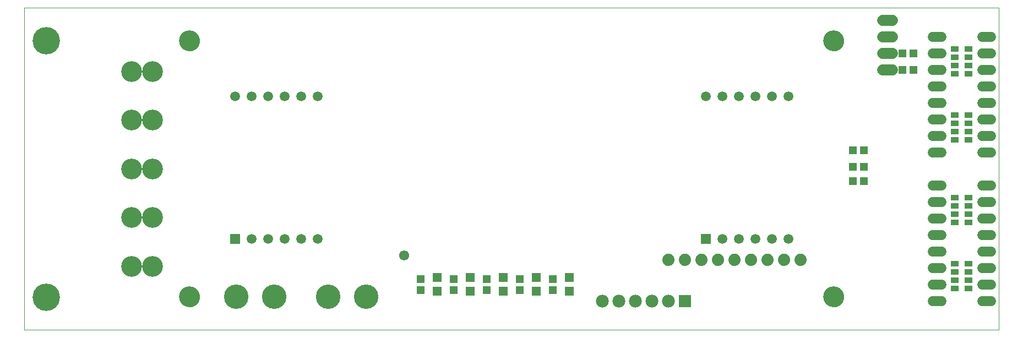
<source format=gts>
G75*
G70*
%OFA0B0*%
%FSLAX24Y24*%
%IPPOS*%
%LPD*%
%AMOC8*
5,1,8,0,0,1.08239X$1,22.5*
%
%ADD10C,0.0000*%
%ADD11R,0.0595X0.0595*%
%ADD12C,0.0595*%
%ADD13C,0.1261*%
%ADD14C,0.0740*%
%ADD15R,0.0474X0.0513*%
%ADD16R,0.0513X0.0474*%
%ADD17R,0.0552X0.0552*%
%ADD18C,0.0674*%
%ADD19R,0.0780X0.0780*%
%ADD20C,0.0780*%
%ADD21C,0.1661*%
%ADD22C,0.1480*%
%ADD23C,0.0600*%
%ADD24R,0.0513X0.0375*%
%ADD25C,0.0611*%
D10*
X000655Y000907D02*
X000655Y020407D01*
X059655Y020407D01*
X059655Y000907D01*
X000655Y000907D01*
X010064Y002907D02*
X010066Y002955D01*
X010072Y003003D01*
X010082Y003050D01*
X010095Y003096D01*
X010113Y003141D01*
X010133Y003185D01*
X010158Y003227D01*
X010186Y003266D01*
X010216Y003303D01*
X010250Y003337D01*
X010287Y003369D01*
X010325Y003398D01*
X010366Y003423D01*
X010409Y003445D01*
X010454Y003463D01*
X010500Y003477D01*
X010547Y003488D01*
X010595Y003495D01*
X010643Y003498D01*
X010691Y003497D01*
X010739Y003492D01*
X010787Y003483D01*
X010833Y003471D01*
X010878Y003454D01*
X010922Y003434D01*
X010964Y003411D01*
X011004Y003384D01*
X011042Y003354D01*
X011077Y003321D01*
X011109Y003285D01*
X011139Y003247D01*
X011165Y003206D01*
X011187Y003163D01*
X011207Y003119D01*
X011222Y003074D01*
X011234Y003027D01*
X011242Y002979D01*
X011246Y002931D01*
X011246Y002883D01*
X011242Y002835D01*
X011234Y002787D01*
X011222Y002740D01*
X011207Y002695D01*
X011187Y002651D01*
X011165Y002608D01*
X011139Y002567D01*
X011109Y002529D01*
X011077Y002493D01*
X011042Y002460D01*
X011004Y002430D01*
X010964Y002403D01*
X010922Y002380D01*
X010878Y002360D01*
X010833Y002343D01*
X010787Y002331D01*
X010739Y002322D01*
X010691Y002317D01*
X010643Y002316D01*
X010595Y002319D01*
X010547Y002326D01*
X010500Y002337D01*
X010454Y002351D01*
X010409Y002369D01*
X010366Y002391D01*
X010325Y002416D01*
X010287Y002445D01*
X010250Y002477D01*
X010216Y002511D01*
X010186Y002548D01*
X010158Y002587D01*
X010133Y002629D01*
X010113Y002673D01*
X010095Y002718D01*
X010082Y002764D01*
X010072Y002811D01*
X010066Y002859D01*
X010064Y002907D01*
X049064Y002907D02*
X049066Y002955D01*
X049072Y003003D01*
X049082Y003050D01*
X049095Y003096D01*
X049113Y003141D01*
X049133Y003185D01*
X049158Y003227D01*
X049186Y003266D01*
X049216Y003303D01*
X049250Y003337D01*
X049287Y003369D01*
X049325Y003398D01*
X049366Y003423D01*
X049409Y003445D01*
X049454Y003463D01*
X049500Y003477D01*
X049547Y003488D01*
X049595Y003495D01*
X049643Y003498D01*
X049691Y003497D01*
X049739Y003492D01*
X049787Y003483D01*
X049833Y003471D01*
X049878Y003454D01*
X049922Y003434D01*
X049964Y003411D01*
X050004Y003384D01*
X050042Y003354D01*
X050077Y003321D01*
X050109Y003285D01*
X050139Y003247D01*
X050165Y003206D01*
X050187Y003163D01*
X050207Y003119D01*
X050222Y003074D01*
X050234Y003027D01*
X050242Y002979D01*
X050246Y002931D01*
X050246Y002883D01*
X050242Y002835D01*
X050234Y002787D01*
X050222Y002740D01*
X050207Y002695D01*
X050187Y002651D01*
X050165Y002608D01*
X050139Y002567D01*
X050109Y002529D01*
X050077Y002493D01*
X050042Y002460D01*
X050004Y002430D01*
X049964Y002403D01*
X049922Y002380D01*
X049878Y002360D01*
X049833Y002343D01*
X049787Y002331D01*
X049739Y002322D01*
X049691Y002317D01*
X049643Y002316D01*
X049595Y002319D01*
X049547Y002326D01*
X049500Y002337D01*
X049454Y002351D01*
X049409Y002369D01*
X049366Y002391D01*
X049325Y002416D01*
X049287Y002445D01*
X049250Y002477D01*
X049216Y002511D01*
X049186Y002548D01*
X049158Y002587D01*
X049133Y002629D01*
X049113Y002673D01*
X049095Y002718D01*
X049082Y002764D01*
X049072Y002811D01*
X049066Y002859D01*
X049064Y002907D01*
X049064Y018407D02*
X049066Y018455D01*
X049072Y018503D01*
X049082Y018550D01*
X049095Y018596D01*
X049113Y018641D01*
X049133Y018685D01*
X049158Y018727D01*
X049186Y018766D01*
X049216Y018803D01*
X049250Y018837D01*
X049287Y018869D01*
X049325Y018898D01*
X049366Y018923D01*
X049409Y018945D01*
X049454Y018963D01*
X049500Y018977D01*
X049547Y018988D01*
X049595Y018995D01*
X049643Y018998D01*
X049691Y018997D01*
X049739Y018992D01*
X049787Y018983D01*
X049833Y018971D01*
X049878Y018954D01*
X049922Y018934D01*
X049964Y018911D01*
X050004Y018884D01*
X050042Y018854D01*
X050077Y018821D01*
X050109Y018785D01*
X050139Y018747D01*
X050165Y018706D01*
X050187Y018663D01*
X050207Y018619D01*
X050222Y018574D01*
X050234Y018527D01*
X050242Y018479D01*
X050246Y018431D01*
X050246Y018383D01*
X050242Y018335D01*
X050234Y018287D01*
X050222Y018240D01*
X050207Y018195D01*
X050187Y018151D01*
X050165Y018108D01*
X050139Y018067D01*
X050109Y018029D01*
X050077Y017993D01*
X050042Y017960D01*
X050004Y017930D01*
X049964Y017903D01*
X049922Y017880D01*
X049878Y017860D01*
X049833Y017843D01*
X049787Y017831D01*
X049739Y017822D01*
X049691Y017817D01*
X049643Y017816D01*
X049595Y017819D01*
X049547Y017826D01*
X049500Y017837D01*
X049454Y017851D01*
X049409Y017869D01*
X049366Y017891D01*
X049325Y017916D01*
X049287Y017945D01*
X049250Y017977D01*
X049216Y018011D01*
X049186Y018048D01*
X049158Y018087D01*
X049133Y018129D01*
X049113Y018173D01*
X049095Y018218D01*
X049082Y018264D01*
X049072Y018311D01*
X049066Y018359D01*
X049064Y018407D01*
X010064Y018407D02*
X010066Y018455D01*
X010072Y018503D01*
X010082Y018550D01*
X010095Y018596D01*
X010113Y018641D01*
X010133Y018685D01*
X010158Y018727D01*
X010186Y018766D01*
X010216Y018803D01*
X010250Y018837D01*
X010287Y018869D01*
X010325Y018898D01*
X010366Y018923D01*
X010409Y018945D01*
X010454Y018963D01*
X010500Y018977D01*
X010547Y018988D01*
X010595Y018995D01*
X010643Y018998D01*
X010691Y018997D01*
X010739Y018992D01*
X010787Y018983D01*
X010833Y018971D01*
X010878Y018954D01*
X010922Y018934D01*
X010964Y018911D01*
X011004Y018884D01*
X011042Y018854D01*
X011077Y018821D01*
X011109Y018785D01*
X011139Y018747D01*
X011165Y018706D01*
X011187Y018663D01*
X011207Y018619D01*
X011222Y018574D01*
X011234Y018527D01*
X011242Y018479D01*
X011246Y018431D01*
X011246Y018383D01*
X011242Y018335D01*
X011234Y018287D01*
X011222Y018240D01*
X011207Y018195D01*
X011187Y018151D01*
X011165Y018108D01*
X011139Y018067D01*
X011109Y018029D01*
X011077Y017993D01*
X011042Y017960D01*
X011004Y017930D01*
X010964Y017903D01*
X010922Y017880D01*
X010878Y017860D01*
X010833Y017843D01*
X010787Y017831D01*
X010739Y017822D01*
X010691Y017817D01*
X010643Y017816D01*
X010595Y017819D01*
X010547Y017826D01*
X010500Y017837D01*
X010454Y017851D01*
X010409Y017869D01*
X010366Y017891D01*
X010325Y017916D01*
X010287Y017945D01*
X010250Y017977D01*
X010216Y018011D01*
X010186Y018048D01*
X010158Y018087D01*
X010133Y018129D01*
X010113Y018173D01*
X010095Y018218D01*
X010082Y018264D01*
X010072Y018311D01*
X010066Y018359D01*
X010064Y018407D01*
D11*
X013405Y006407D03*
X041905Y006407D03*
D12*
X042905Y006407D03*
X043905Y006407D03*
X044929Y006407D03*
X045929Y006407D03*
X046929Y006407D03*
X046929Y015069D03*
X045929Y015069D03*
X044929Y015069D03*
X043905Y015069D03*
X042905Y015069D03*
X041905Y015069D03*
X018429Y015069D03*
X017429Y015069D03*
X016429Y015069D03*
X015405Y015069D03*
X014405Y015069D03*
X013405Y015069D03*
X014405Y006407D03*
X015405Y006407D03*
X016429Y006407D03*
X017429Y006407D03*
X018429Y006407D03*
D13*
X010655Y002907D03*
X008407Y004759D03*
X007155Y004759D03*
X007155Y007708D03*
X008407Y007708D03*
X008407Y010657D03*
X007155Y010657D03*
X007155Y013606D03*
X008407Y013606D03*
X008407Y016555D03*
X007155Y016555D03*
X010655Y018407D03*
X049655Y018407D03*
X049655Y002907D03*
D14*
X047655Y005157D03*
X046655Y005157D03*
X045655Y005157D03*
X044655Y005157D03*
X043655Y005157D03*
X042655Y005157D03*
X041655Y005157D03*
X040655Y005157D03*
X039655Y005157D03*
D15*
X050820Y010782D03*
X051490Y010782D03*
X051490Y011782D03*
X050820Y011782D03*
X053820Y016657D03*
X054490Y016657D03*
X054490Y017657D03*
X053820Y017657D03*
D16*
X051490Y009907D03*
X050820Y009907D03*
X032655Y003992D03*
X032655Y003322D03*
X030655Y003322D03*
X030655Y003992D03*
X028655Y003992D03*
X028655Y003322D03*
X026655Y003322D03*
X026655Y003992D03*
X024655Y003992D03*
X024655Y003322D03*
D17*
X025655Y003244D03*
X027655Y003244D03*
X029655Y003244D03*
X029655Y004070D03*
X027655Y004070D03*
X025655Y004070D03*
X031655Y004070D03*
X033655Y004070D03*
X033655Y003244D03*
X031655Y003244D03*
D18*
X052608Y016657D02*
X053202Y016657D01*
X053202Y017657D02*
X052608Y017657D01*
X052608Y018657D02*
X053202Y018657D01*
X053202Y019657D02*
X052608Y019657D01*
D19*
X040655Y002657D03*
D20*
X039655Y002657D03*
X038655Y002657D03*
X037655Y002657D03*
X036655Y002657D03*
X035655Y002657D03*
D21*
X001986Y002889D03*
X001986Y018425D03*
D22*
X013468Y002907D03*
X015768Y002907D03*
X019042Y002907D03*
X021342Y002907D03*
D23*
X055645Y002657D02*
X056165Y002657D01*
X058645Y002657D02*
X059165Y002657D01*
X059165Y003657D02*
X058645Y003657D01*
X058645Y004657D02*
X059165Y004657D01*
X059165Y005657D02*
X058645Y005657D01*
X056165Y005657D02*
X055645Y005657D01*
X055645Y004657D02*
X056165Y004657D01*
X056165Y003657D02*
X055645Y003657D01*
X055645Y006657D02*
X056165Y006657D01*
X056165Y007657D02*
X055645Y007657D01*
X055645Y008657D02*
X056165Y008657D01*
X058645Y008657D02*
X059165Y008657D01*
X059165Y007657D02*
X058645Y007657D01*
X058645Y006657D02*
X059165Y006657D01*
X059165Y009657D02*
X058645Y009657D01*
X056165Y009657D02*
X055645Y009657D01*
X055645Y011657D02*
X056165Y011657D01*
X058645Y011657D02*
X059165Y011657D01*
X059165Y012657D02*
X058645Y012657D01*
X056165Y012657D02*
X055645Y012657D01*
X055645Y013657D02*
X056165Y013657D01*
X056165Y014657D02*
X055645Y014657D01*
X055645Y015657D02*
X056165Y015657D01*
X058645Y015657D02*
X059165Y015657D01*
X059165Y014657D02*
X058645Y014657D01*
X058645Y013657D02*
X059165Y013657D01*
X059165Y016657D02*
X058645Y016657D01*
X058645Y017657D02*
X059165Y017657D01*
X059165Y018657D02*
X058645Y018657D01*
X056165Y018657D02*
X055645Y018657D01*
X055645Y017657D02*
X056165Y017657D01*
X056165Y016657D02*
X055645Y016657D01*
D24*
X056984Y016407D03*
X057826Y016407D03*
X057826Y016907D03*
X056984Y016907D03*
X056984Y017407D03*
X057826Y017407D03*
X057826Y017907D03*
X056984Y017907D03*
X056984Y013907D03*
X057826Y013907D03*
X057826Y013407D03*
X056984Y013407D03*
X056984Y012907D03*
X057826Y012907D03*
X057826Y012407D03*
X056984Y012407D03*
X056984Y008907D03*
X057826Y008907D03*
X057826Y008407D03*
X056984Y008407D03*
X056984Y007907D03*
X057826Y007907D03*
X057826Y007407D03*
X056984Y007407D03*
X056984Y004907D03*
X057826Y004907D03*
X057826Y004407D03*
X056984Y004407D03*
X056984Y003907D03*
X057826Y003907D03*
X057826Y003407D03*
X056984Y003407D03*
D25*
X023655Y005407D03*
M02*

</source>
